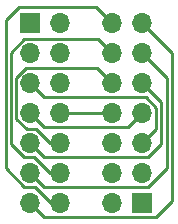
<source format=gtl>
G04 #@! TF.GenerationSoftware,KiCad,Pcbnew,7.0.0-da2b9df05c~163~ubuntu22.04.1*
G04 #@! TF.CreationDate,2023-03-12T19:31:37+00:00*
G04 #@! TF.ProjectId,flippity,666c6970-7069-4747-992e-6b696361645f,rev?*
G04 #@! TF.SameCoordinates,Original*
G04 #@! TF.FileFunction,Copper,L1,Top*
G04 #@! TF.FilePolarity,Positive*
%FSLAX46Y46*%
G04 Gerber Fmt 4.6, Leading zero omitted, Abs format (unit mm)*
G04 Created by KiCad (PCBNEW 7.0.0-da2b9df05c~163~ubuntu22.04.1) date 2023-03-12 19:31:37*
%MOMM*%
%LPD*%
G01*
G04 APERTURE LIST*
G04 #@! TA.AperFunction,ComponentPad*
%ADD10R,1.700000X1.700000*%
G04 #@! TD*
G04 #@! TA.AperFunction,ComponentPad*
%ADD11O,1.700000X1.700000*%
G04 #@! TD*
G04 #@! TA.AperFunction,Conductor*
%ADD12C,0.250000*%
G04 #@! TD*
G04 APERTURE END LIST*
D10*
X152526999Y-106679999D03*
D11*
X149986999Y-106679999D03*
X152526999Y-104139999D03*
X149986999Y-104139999D03*
X152526999Y-101599999D03*
X149986999Y-101599999D03*
X152526999Y-99059999D03*
X149986999Y-99059999D03*
X152526999Y-96519999D03*
X149986999Y-96519999D03*
X152526999Y-93979999D03*
X149986999Y-93979999D03*
X152526999Y-91439999D03*
X149986999Y-91439999D03*
D10*
X143040999Y-91439999D03*
D11*
X145580999Y-91439999D03*
X143040999Y-93979999D03*
X145580999Y-93979999D03*
X143040999Y-96519999D03*
X145580999Y-96519999D03*
X143040999Y-99059999D03*
X145580999Y-99059999D03*
X143040999Y-101599999D03*
X145580999Y-101599999D03*
X143040999Y-104139999D03*
X145580999Y-104139999D03*
X143040999Y-106679999D03*
X145580999Y-106679999D03*
D12*
X141416499Y-95847110D02*
X141419501Y-95844108D01*
X141416499Y-99732890D02*
X141416499Y-98387110D01*
X141419501Y-101640202D02*
X141419501Y-99735892D01*
X144780000Y-106680000D02*
X143415000Y-105315000D01*
X142744299Y-100425000D02*
X141866000Y-99546701D01*
X145581000Y-101600000D02*
X144702701Y-101600000D01*
X144702701Y-101600000D02*
X143527701Y-100425000D01*
X143527701Y-100425000D02*
X142744299Y-100425000D01*
X145581000Y-106680000D02*
X144780000Y-106680000D01*
X141866000Y-99546701D02*
X141866000Y-98573299D01*
X141869002Y-97009703D02*
X141866000Y-97006701D01*
X148717000Y-95250000D02*
X149987000Y-96520000D01*
X141866000Y-97006701D02*
X141866000Y-96033299D01*
X141866000Y-96033299D02*
X142649299Y-95250000D01*
X148590000Y-90043000D02*
X149987000Y-91440000D01*
X141419501Y-95844108D02*
X141419501Y-93939798D01*
X144702701Y-104140000D02*
X143337701Y-102775000D01*
X140966998Y-91164002D02*
X142088000Y-90043000D01*
X141866000Y-98573299D02*
X141869002Y-98570297D01*
X141416499Y-97192890D02*
X141416499Y-95847110D01*
X141419501Y-93939798D02*
X142554299Y-92805000D01*
X141419501Y-98384108D02*
X141419501Y-97195892D01*
X148812000Y-92805000D02*
X149987000Y-93980000D01*
X142649299Y-95250000D02*
X148717000Y-95250000D01*
X142554299Y-92805000D02*
X148812000Y-92805000D01*
X142554299Y-105315000D02*
X140966998Y-103727699D01*
X141419501Y-99735892D02*
X141416499Y-99732890D01*
X141419501Y-97195892D02*
X141416499Y-97192890D01*
X145581000Y-104140000D02*
X144702701Y-104140000D01*
X140966998Y-103727699D02*
X140966998Y-91164002D01*
X142554299Y-102775000D02*
X141419501Y-101640202D01*
X141869002Y-98570297D02*
X141869002Y-97009703D01*
X141416499Y-98387110D02*
X141419501Y-98384108D01*
X142088000Y-90043000D02*
X148590000Y-90043000D01*
X143337701Y-102775000D02*
X142554299Y-102775000D01*
X143415000Y-105315000D02*
X142554299Y-105315000D01*
X143041000Y-106680000D02*
X144216000Y-107855000D01*
X144216000Y-107855000D02*
X153702000Y-107855000D01*
X153702000Y-107855000D02*
X155052000Y-106505000D01*
X155052000Y-106505000D02*
X155052000Y-93965000D01*
X155052000Y-93965000D02*
X152527000Y-91440000D01*
X143041000Y-104140000D02*
X144216000Y-105315000D01*
X144216000Y-105315000D02*
X153013701Y-105315000D01*
X154602000Y-103726701D02*
X154602000Y-96055000D01*
X153013701Y-105315000D02*
X154602000Y-103726701D01*
X154602000Y-96055000D02*
X152527000Y-93980000D01*
X143041000Y-101600000D02*
X144216000Y-102775000D01*
X144216000Y-102775000D02*
X153013701Y-102775000D01*
X154152000Y-101636701D02*
X154152000Y-98145000D01*
X153013701Y-102775000D02*
X154152000Y-101636701D01*
X154152000Y-98145000D02*
X152527000Y-96520000D01*
X143041000Y-96520000D02*
X144216000Y-97695000D01*
X144216000Y-97695000D02*
X152823701Y-97695000D01*
X152823701Y-97695000D02*
X153702000Y-98573299D01*
X153702000Y-98573299D02*
X153702000Y-100425000D01*
X153702000Y-100425000D02*
X152527000Y-101600000D01*
X143041000Y-99060000D02*
X144216000Y-100235000D01*
X144216000Y-100235000D02*
X151352000Y-100235000D01*
X151352000Y-100235000D02*
X152527000Y-99060000D01*
X145581000Y-99060000D02*
X149987000Y-99060000D01*
M02*

</source>
